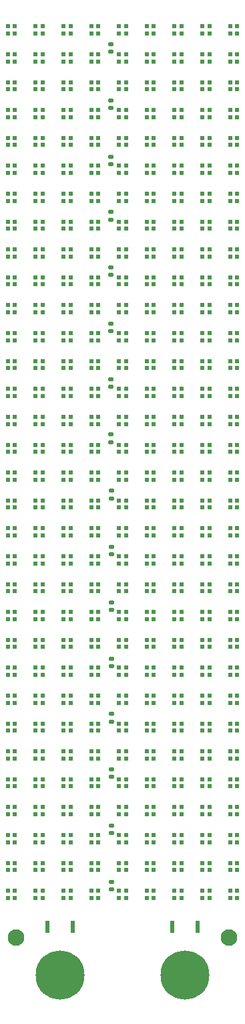
<source format=gbr>
G04 #@! TF.GenerationSoftware,KiCad,Pcbnew,7.0.7*
G04 #@! TF.CreationDate,2023-08-29T23:24:06-04:00*
G04 #@! TF.ProjectId,MicrocontrollerInputModule,4d696372-6f63-46f6-9e74-726f6c6c6572,V2*
G04 #@! TF.SameCoordinates,Original*
G04 #@! TF.FileFunction,Soldermask,Top*
G04 #@! TF.FilePolarity,Negative*
%FSLAX46Y46*%
G04 Gerber Fmt 4.6, Leading zero omitted, Abs format (unit mm)*
G04 Created by KiCad (PCBNEW 7.0.7) date 2023-08-29 23:24:06*
%MOMM*%
%LPD*%
G01*
G04 APERTURE LIST*
G04 Aperture macros list*
%AMRoundRect*
0 Rectangle with rounded corners*
0 $1 Rounding radius*
0 $2 $3 $4 $5 $6 $7 $8 $9 X,Y pos of 4 corners*
0 Add a 4 corners polygon primitive as box body*
4,1,4,$2,$3,$4,$5,$6,$7,$8,$9,$2,$3,0*
0 Add four circle primitives for the rounded corners*
1,1,$1+$1,$2,$3*
1,1,$1+$1,$4,$5*
1,1,$1+$1,$6,$7*
1,1,$1+$1,$8,$9*
0 Add four rect primitives between the rounded corners*
20,1,$1+$1,$2,$3,$4,$5,0*
20,1,$1+$1,$4,$5,$6,$7,0*
20,1,$1+$1,$6,$7,$8,$9,0*
20,1,$1+$1,$8,$9,$2,$3,0*%
G04 Aperture macros list end*
%ADD10R,0.500000X0.500000*%
%ADD11C,2.100000*%
%ADD12RoundRect,0.140000X-0.170000X0.140000X-0.170000X-0.140000X0.170000X-0.140000X0.170000X0.140000X0*%
%ADD13R,0.550000X1.500000*%
%ADD14C,6.200000*%
G04 APERTURE END LIST*
D10*
X77934000Y-153687500D03*
X77934000Y-152787500D03*
X77034000Y-152787500D03*
X77034000Y-153687500D03*
X67365000Y-132549500D03*
X67365000Y-131649500D03*
X66465000Y-131649500D03*
X66465000Y-132549500D03*
X81457000Y-90273500D03*
X81457000Y-89373500D03*
X80557000Y-89373500D03*
X80557000Y-90273500D03*
D11*
X80420000Y-169300000D03*
D10*
X74411000Y-69135500D03*
X74411000Y-68235500D03*
X73511000Y-68235500D03*
X73511000Y-69135500D03*
X60319000Y-153687500D03*
X60319000Y-152787500D03*
X59419000Y-152787500D03*
X59419000Y-153687500D03*
X53273000Y-136072500D03*
X53273000Y-135172500D03*
X52373000Y-135172500D03*
X52373000Y-136072500D03*
X70888000Y-104365500D03*
X70888000Y-103465500D03*
X69988000Y-103465500D03*
X69988000Y-104365500D03*
X63842000Y-97319500D03*
X63842000Y-96419500D03*
X62942000Y-96419500D03*
X62942000Y-97319500D03*
X67365000Y-107888500D03*
X67365000Y-106988500D03*
X66465000Y-106988500D03*
X66465000Y-107888500D03*
X81457000Y-93796500D03*
X81457000Y-92896500D03*
X80557000Y-92896500D03*
X80557000Y-93796500D03*
X67365000Y-111411500D03*
X67365000Y-110511500D03*
X66465000Y-110511500D03*
X66465000Y-111411500D03*
X60319000Y-76181500D03*
X60319000Y-75281500D03*
X59419000Y-75281500D03*
X59419000Y-76181500D03*
X81457000Y-121980500D03*
X81457000Y-121080500D03*
X80557000Y-121080500D03*
X80557000Y-121980500D03*
X60319000Y-114934500D03*
X60319000Y-114034500D03*
X59419000Y-114034500D03*
X59419000Y-114934500D03*
X56796000Y-114934500D03*
X56796000Y-114034500D03*
X55896000Y-114034500D03*
X55896000Y-114934500D03*
D12*
X65400000Y-77600000D03*
X65400000Y-78560000D03*
X65400000Y-56400000D03*
X65400000Y-57360000D03*
D10*
X70888000Y-146641500D03*
X70888000Y-145741500D03*
X69988000Y-145741500D03*
X69988000Y-146641500D03*
X67365000Y-100842500D03*
X67365000Y-99942500D03*
X66465000Y-99942500D03*
X66465000Y-100842500D03*
X77934000Y-160733500D03*
X77934000Y-159833500D03*
X77034000Y-159833500D03*
X77034000Y-160733500D03*
X81457000Y-143118500D03*
X81457000Y-142218500D03*
X80557000Y-142218500D03*
X80557000Y-143118500D03*
X53273000Y-164256500D03*
X53273000Y-163356500D03*
X52373000Y-163356500D03*
X52373000Y-164256500D03*
X56796000Y-76181500D03*
X56796000Y-75281500D03*
X55896000Y-75281500D03*
X55896000Y-76181500D03*
X67365000Y-143118500D03*
X67365000Y-142218500D03*
X66465000Y-142218500D03*
X66465000Y-143118500D03*
X77934000Y-136072500D03*
X77934000Y-135172500D03*
X77034000Y-135172500D03*
X77034000Y-136072500D03*
X67365000Y-146641500D03*
X67365000Y-145741500D03*
X66465000Y-145741500D03*
X66465000Y-146641500D03*
X70888000Y-107888500D03*
X70888000Y-106988500D03*
X69988000Y-106988500D03*
X69988000Y-107888500D03*
X60319000Y-97319500D03*
X60319000Y-96419500D03*
X59419000Y-96419500D03*
X59419000Y-97319500D03*
X81457000Y-164256500D03*
X81457000Y-163356500D03*
X80557000Y-163356500D03*
X80557000Y-164256500D03*
X70888000Y-69135500D03*
X70888000Y-68235500D03*
X69988000Y-68235500D03*
X69988000Y-69135500D03*
X56796000Y-111411500D03*
X56796000Y-110511500D03*
X55896000Y-110511500D03*
X55896000Y-111411500D03*
X63842000Y-139595500D03*
X63842000Y-138695500D03*
X62942000Y-138695500D03*
X62942000Y-139595500D03*
X77934000Y-65612500D03*
X77934000Y-64712500D03*
X77034000Y-64712500D03*
X77034000Y-65612500D03*
X70888000Y-132549500D03*
X70888000Y-131649500D03*
X69988000Y-131649500D03*
X69988000Y-132549500D03*
X56796000Y-93796500D03*
X56796000Y-92896500D03*
X55896000Y-92896500D03*
X55896000Y-93796500D03*
X74411000Y-86750500D03*
X74411000Y-85850500D03*
X73511000Y-85850500D03*
X73511000Y-86750500D03*
D11*
X53410000Y-169300000D03*
D10*
X63842000Y-164256500D03*
X63842000Y-163356500D03*
X62942000Y-163356500D03*
X62942000Y-164256500D03*
X60319000Y-100842500D03*
X60319000Y-99942500D03*
X59419000Y-99942500D03*
X59419000Y-100842500D03*
X63842000Y-160733500D03*
X63842000Y-159833500D03*
X62942000Y-159833500D03*
X62942000Y-160733500D03*
X60319000Y-164256500D03*
X60319000Y-163356500D03*
X59419000Y-163356500D03*
X59419000Y-164256500D03*
X53273000Y-86750500D03*
X53273000Y-85850500D03*
X52373000Y-85850500D03*
X52373000Y-86750500D03*
X74411000Y-150164500D03*
X74411000Y-149264500D03*
X73511000Y-149264500D03*
X73511000Y-150164500D03*
X74411000Y-114934500D03*
X74411000Y-114034500D03*
X73511000Y-114034500D03*
X73511000Y-114934500D03*
X56796000Y-65612500D03*
X56796000Y-64712500D03*
X55896000Y-64712500D03*
X55896000Y-65612500D03*
X70888000Y-153687500D03*
X70888000Y-152787500D03*
X69988000Y-152787500D03*
X69988000Y-153687500D03*
X81457000Y-79704500D03*
X81457000Y-78804500D03*
X80557000Y-78804500D03*
X80557000Y-79704500D03*
X67365000Y-139595500D03*
X67365000Y-138695500D03*
X66465000Y-138695500D03*
X66465000Y-139595500D03*
X56796000Y-107888500D03*
X56796000Y-106988500D03*
X55896000Y-106988500D03*
X55896000Y-107888500D03*
X63842000Y-114934500D03*
X63842000Y-114034500D03*
X62942000Y-114034500D03*
X62942000Y-114934500D03*
X56796000Y-100842500D03*
X56796000Y-99942500D03*
X55896000Y-99942500D03*
X55896000Y-100842500D03*
X60319000Y-55043500D03*
X60319000Y-54143500D03*
X59419000Y-54143500D03*
X59419000Y-55043500D03*
X77934000Y-139595500D03*
X77934000Y-138695500D03*
X77034000Y-138695500D03*
X77034000Y-139595500D03*
X60319000Y-93796500D03*
X60319000Y-92896500D03*
X59419000Y-92896500D03*
X59419000Y-93796500D03*
X53273000Y-107888500D03*
X53273000Y-106988500D03*
X52373000Y-106988500D03*
X52373000Y-107888500D03*
X56796000Y-136072500D03*
X56796000Y-135172500D03*
X55896000Y-135172500D03*
X55896000Y-136072500D03*
X67365000Y-83227500D03*
X67365000Y-82327500D03*
X66465000Y-82327500D03*
X66465000Y-83227500D03*
X70888000Y-121980500D03*
X70888000Y-121080500D03*
X69988000Y-121080500D03*
X69988000Y-121980500D03*
X67365000Y-150164500D03*
X67365000Y-149264500D03*
X66465000Y-149264500D03*
X66465000Y-150164500D03*
X60319000Y-104365500D03*
X60319000Y-103465500D03*
X59419000Y-103465500D03*
X59419000Y-104365500D03*
X81457000Y-97319500D03*
X81457000Y-96419500D03*
X80557000Y-96419500D03*
X80557000Y-97319500D03*
X67365000Y-55043500D03*
X67365000Y-54143500D03*
X66465000Y-54143500D03*
X66465000Y-55043500D03*
X53273000Y-129026500D03*
X53273000Y-128126500D03*
X52373000Y-128126500D03*
X52373000Y-129026500D03*
X81457000Y-86750500D03*
X81457000Y-85850500D03*
X80557000Y-85850500D03*
X80557000Y-86750500D03*
X53273000Y-146641500D03*
X53273000Y-145741500D03*
X52373000Y-145741500D03*
X52373000Y-146641500D03*
X81457000Y-111411500D03*
X81457000Y-110511500D03*
X80557000Y-110511500D03*
X80557000Y-111411500D03*
X56796000Y-104365500D03*
X56796000Y-103465500D03*
X55896000Y-103465500D03*
X55896000Y-104365500D03*
X63842000Y-107888500D03*
X63842000Y-106988500D03*
X62942000Y-106988500D03*
X62942000Y-107888500D03*
X74411000Y-125503500D03*
X74411000Y-124603500D03*
X73511000Y-124603500D03*
X73511000Y-125503500D03*
X77934000Y-164256500D03*
X77934000Y-163356500D03*
X77034000Y-163356500D03*
X77034000Y-164256500D03*
X53273000Y-93796500D03*
X53273000Y-92896500D03*
X52373000Y-92896500D03*
X52373000Y-93796500D03*
X60319000Y-132549500D03*
X60319000Y-131649500D03*
X59419000Y-131649500D03*
X59419000Y-132549500D03*
X67365000Y-90273500D03*
X67365000Y-89373500D03*
X66465000Y-89373500D03*
X66465000Y-90273500D03*
X70888000Y-157210500D03*
X70888000Y-156310500D03*
X69988000Y-156310500D03*
X69988000Y-157210500D03*
X53273000Y-121980500D03*
X53273000Y-121080500D03*
X52373000Y-121080500D03*
X52373000Y-121980500D03*
X67365000Y-62089500D03*
X67365000Y-61189500D03*
X66465000Y-61189500D03*
X66465000Y-62089500D03*
X81457000Y-83227500D03*
X81457000Y-82327500D03*
X80557000Y-82327500D03*
X80557000Y-83227500D03*
X56796000Y-90273500D03*
X56796000Y-89373500D03*
X55896000Y-89373500D03*
X55896000Y-90273500D03*
X70888000Y-143118500D03*
X70888000Y-142218500D03*
X69988000Y-142218500D03*
X69988000Y-143118500D03*
X67365000Y-72658500D03*
X67365000Y-71758500D03*
X66465000Y-71758500D03*
X66465000Y-72658500D03*
X74411000Y-79704500D03*
X74411000Y-78804500D03*
X73511000Y-78804500D03*
X73511000Y-79704500D03*
X67365000Y-65612500D03*
X67365000Y-64712500D03*
X66465000Y-64712500D03*
X66465000Y-65612500D03*
X63842000Y-93796500D03*
X63842000Y-92896500D03*
X62942000Y-92896500D03*
X62942000Y-93796500D03*
X63842000Y-125503500D03*
X63842000Y-124603500D03*
X62942000Y-124603500D03*
X62942000Y-125503500D03*
X53273000Y-58566500D03*
X53273000Y-57666500D03*
X52373000Y-57666500D03*
X52373000Y-58566500D03*
X56796000Y-86750500D03*
X56796000Y-85850500D03*
X55896000Y-85850500D03*
X55896000Y-86750500D03*
X56796000Y-129026500D03*
X56796000Y-128126500D03*
X55896000Y-128126500D03*
X55896000Y-129026500D03*
X77934000Y-143118500D03*
X77934000Y-142218500D03*
X77034000Y-142218500D03*
X77034000Y-143118500D03*
X63842000Y-86750500D03*
X63842000Y-85850500D03*
X62942000Y-85850500D03*
X62942000Y-86750500D03*
X60319000Y-157210500D03*
X60319000Y-156310500D03*
X59419000Y-156310500D03*
X59419000Y-157210500D03*
X81457000Y-132549500D03*
X81457000Y-131649500D03*
X80557000Y-131649500D03*
X80557000Y-132549500D03*
X81457000Y-72658500D03*
X81457000Y-71758500D03*
X80557000Y-71758500D03*
X80557000Y-72658500D03*
X63842000Y-111411500D03*
X63842000Y-110511500D03*
X62942000Y-110511500D03*
X62942000Y-111411500D03*
X60319000Y-107888500D03*
X60319000Y-106988500D03*
X59419000Y-106988500D03*
X59419000Y-107888500D03*
X63842000Y-143118500D03*
X63842000Y-142218500D03*
X62942000Y-142218500D03*
X62942000Y-143118500D03*
X70888000Y-118457500D03*
X70888000Y-117557500D03*
X69988000Y-117557500D03*
X69988000Y-118457500D03*
X70888000Y-90273500D03*
X70888000Y-89373500D03*
X69988000Y-89373500D03*
X69988000Y-90273500D03*
X56796000Y-143118500D03*
X56796000Y-142218500D03*
X55896000Y-142218500D03*
X55896000Y-143118500D03*
X70888000Y-150164500D03*
X70888000Y-149264500D03*
X69988000Y-149264500D03*
X69988000Y-150164500D03*
D12*
X65400000Y-84600000D03*
X65400000Y-85560000D03*
D10*
X53273000Y-160733500D03*
X53273000Y-159833500D03*
X52373000Y-159833500D03*
X52373000Y-160733500D03*
X67365000Y-86750500D03*
X67365000Y-85850500D03*
X66465000Y-85850500D03*
X66465000Y-86750500D03*
X74411000Y-121980500D03*
X74411000Y-121080500D03*
X73511000Y-121080500D03*
X73511000Y-121980500D03*
X60319000Y-139595500D03*
X60319000Y-138695500D03*
X59419000Y-138695500D03*
X59419000Y-139595500D03*
X67365000Y-69135500D03*
X67365000Y-68235500D03*
X66465000Y-68235500D03*
X66465000Y-69135500D03*
X56796000Y-146641500D03*
X56796000Y-145741500D03*
X55896000Y-145741500D03*
X55896000Y-146641500D03*
X63842000Y-58566500D03*
X63842000Y-57666500D03*
X62942000Y-57666500D03*
X62942000Y-58566500D03*
X67365000Y-118457500D03*
X67365000Y-117557500D03*
X66465000Y-117557500D03*
X66465000Y-118457500D03*
X56796000Y-139595500D03*
X56796000Y-138695500D03*
X55896000Y-138695500D03*
X55896000Y-139595500D03*
X74411000Y-118457500D03*
X74411000Y-117557500D03*
X73511000Y-117557500D03*
X73511000Y-118457500D03*
X60319000Y-150164500D03*
X60319000Y-149264500D03*
X59419000Y-149264500D03*
X59419000Y-150164500D03*
X81457000Y-118457500D03*
X81457000Y-117557500D03*
X80557000Y-117557500D03*
X80557000Y-118457500D03*
X70888000Y-55043500D03*
X70888000Y-54143500D03*
X69988000Y-54143500D03*
X69988000Y-55043500D03*
X70888000Y-160733500D03*
X70888000Y-159833500D03*
X69988000Y-159833500D03*
X69988000Y-160733500D03*
X67365000Y-125503500D03*
X67365000Y-124603500D03*
X66465000Y-124603500D03*
X66465000Y-125503500D03*
X56796000Y-118457500D03*
X56796000Y-117557500D03*
X55896000Y-117557500D03*
X55896000Y-118457500D03*
X81457000Y-157210500D03*
X81457000Y-156310500D03*
X80557000Y-156310500D03*
X80557000Y-157210500D03*
X74411000Y-111411500D03*
X74411000Y-110511500D03*
X73511000Y-110511500D03*
X73511000Y-111411500D03*
X70888000Y-164256500D03*
X70888000Y-163356500D03*
X69988000Y-163356500D03*
X69988000Y-164256500D03*
X74411000Y-139595500D03*
X74411000Y-138695500D03*
X73511000Y-138695500D03*
X73511000Y-139595500D03*
X53273000Y-157210500D03*
X53273000Y-156310500D03*
X52373000Y-156310500D03*
X52373000Y-157210500D03*
X70888000Y-65612500D03*
X70888000Y-64712500D03*
X69988000Y-64712500D03*
X69988000Y-65612500D03*
X53273000Y-72658500D03*
X53273000Y-71758500D03*
X52373000Y-71758500D03*
X52373000Y-72658500D03*
X74411000Y-58566500D03*
X74411000Y-57666500D03*
X73511000Y-57666500D03*
X73511000Y-58566500D03*
X60319000Y-118457500D03*
X60319000Y-117557500D03*
X59419000Y-117557500D03*
X59419000Y-118457500D03*
X77934000Y-129026500D03*
X77934000Y-128126500D03*
X77034000Y-128126500D03*
X77034000Y-129026500D03*
X70888000Y-114934500D03*
X70888000Y-114034500D03*
X69988000Y-114034500D03*
X69988000Y-114934500D03*
X70888000Y-62089500D03*
X70888000Y-61189500D03*
X69988000Y-61189500D03*
X69988000Y-62089500D03*
X74411000Y-107888500D03*
X74411000Y-106988500D03*
X73511000Y-106988500D03*
X73511000Y-107888500D03*
X56796000Y-79704500D03*
X56796000Y-78804500D03*
X55896000Y-78804500D03*
X55896000Y-79704500D03*
X77934000Y-132549500D03*
X77934000Y-131649500D03*
X77034000Y-131649500D03*
X77034000Y-132549500D03*
X81457000Y-139595500D03*
X81457000Y-138695500D03*
X80557000Y-138695500D03*
X80557000Y-139595500D03*
X70888000Y-97319500D03*
X70888000Y-96419500D03*
X69988000Y-96419500D03*
X69988000Y-97319500D03*
X77934000Y-72658500D03*
X77934000Y-71758500D03*
X77034000Y-71758500D03*
X77034000Y-72658500D03*
X60319000Y-79704500D03*
X60319000Y-78804500D03*
X59419000Y-78804500D03*
X59419000Y-79704500D03*
X56796000Y-160733500D03*
X56796000Y-159833500D03*
X55896000Y-159833500D03*
X55896000Y-160733500D03*
D13*
X73195000Y-167894000D03*
X76445000Y-167894000D03*
D10*
X60319000Y-65612500D03*
X60319000Y-64712500D03*
X59419000Y-64712500D03*
X59419000Y-65612500D03*
X60319000Y-121980500D03*
X60319000Y-121080500D03*
X59419000Y-121080500D03*
X59419000Y-121980500D03*
X74411000Y-104365500D03*
X74411000Y-103465500D03*
X73511000Y-103465500D03*
X73511000Y-104365500D03*
X60319000Y-90273500D03*
X60319000Y-89373500D03*
X59419000Y-89373500D03*
X59419000Y-90273500D03*
X77934000Y-104365500D03*
X77934000Y-103465500D03*
X77034000Y-103465500D03*
X77034000Y-104365500D03*
X74411000Y-143118500D03*
X74411000Y-142218500D03*
X73511000Y-142218500D03*
X73511000Y-143118500D03*
X63842000Y-62089500D03*
X63842000Y-61189500D03*
X62942000Y-61189500D03*
X62942000Y-62089500D03*
X67365000Y-157210500D03*
X67365000Y-156310500D03*
X66465000Y-156310500D03*
X66465000Y-157210500D03*
X70888000Y-93796500D03*
X70888000Y-92896500D03*
X69988000Y-92896500D03*
X69988000Y-93796500D03*
X74411000Y-100842500D03*
X74411000Y-99942500D03*
X73511000Y-99942500D03*
X73511000Y-100842500D03*
X63842000Y-104365500D03*
X63842000Y-103465500D03*
X62942000Y-103465500D03*
X62942000Y-104365500D03*
X60319000Y-136072500D03*
X60319000Y-135172500D03*
X59419000Y-135172500D03*
X59419000Y-136072500D03*
X77934000Y-58566500D03*
X77934000Y-57666500D03*
X77034000Y-57666500D03*
X77034000Y-58566500D03*
X77934000Y-97319500D03*
X77934000Y-96419500D03*
X77034000Y-96419500D03*
X77034000Y-97319500D03*
X77934000Y-157210500D03*
X77934000Y-156310500D03*
X77034000Y-156310500D03*
X77034000Y-157210500D03*
X63842000Y-129026500D03*
X63842000Y-128126500D03*
X62942000Y-128126500D03*
X62942000Y-129026500D03*
X67365000Y-153687500D03*
X67365000Y-152787500D03*
X66465000Y-152787500D03*
X66465000Y-153687500D03*
X56796000Y-58566500D03*
X56796000Y-57666500D03*
X55896000Y-57666500D03*
X55896000Y-58566500D03*
X53273000Y-76181500D03*
X53273000Y-75281500D03*
X52373000Y-75281500D03*
X52373000Y-76181500D03*
X81457000Y-125503500D03*
X81457000Y-124603500D03*
X80557000Y-124603500D03*
X80557000Y-125503500D03*
X74411000Y-83227500D03*
X74411000Y-82327500D03*
X73511000Y-82327500D03*
X73511000Y-83227500D03*
X53273000Y-55043500D03*
X53273000Y-54143500D03*
X52373000Y-54143500D03*
X52373000Y-55043500D03*
X60319000Y-69135500D03*
X60319000Y-68235500D03*
X59419000Y-68235500D03*
X59419000Y-69135500D03*
X81457000Y-69135500D03*
X81457000Y-68235500D03*
X80557000Y-68235500D03*
X80557000Y-69135500D03*
X63842000Y-153687500D03*
X63842000Y-152787500D03*
X62942000Y-152787500D03*
X62942000Y-153687500D03*
X77934000Y-86750500D03*
X77934000Y-85850500D03*
X77034000Y-85850500D03*
X77034000Y-86750500D03*
X60319000Y-146641500D03*
X60319000Y-145741500D03*
X59419000Y-145741500D03*
X59419000Y-146641500D03*
X67365000Y-79704500D03*
X67365000Y-78804500D03*
X66465000Y-78804500D03*
X66465000Y-79704500D03*
X60319000Y-86750500D03*
X60319000Y-85850500D03*
X59419000Y-85850500D03*
X59419000Y-86750500D03*
X81457000Y-65612500D03*
X81457000Y-64712500D03*
X80557000Y-64712500D03*
X80557000Y-65612500D03*
X81457000Y-76181500D03*
X81457000Y-75281500D03*
X80557000Y-75281500D03*
X80557000Y-76181500D03*
X70888000Y-136072500D03*
X70888000Y-135172500D03*
X69988000Y-135172500D03*
X69988000Y-136072500D03*
X67365000Y-97319500D03*
X67365000Y-96419500D03*
X66465000Y-96419500D03*
X66465000Y-97319500D03*
X81457000Y-114934500D03*
X81457000Y-114034500D03*
X80557000Y-114034500D03*
X80557000Y-114934500D03*
X63842000Y-121980500D03*
X63842000Y-121080500D03*
X62942000Y-121080500D03*
X62942000Y-121980500D03*
X63842000Y-146641500D03*
X63842000Y-145741500D03*
X62942000Y-145741500D03*
X62942000Y-146641500D03*
X74411000Y-132549500D03*
X74411000Y-131649500D03*
X73511000Y-131649500D03*
X73511000Y-132549500D03*
X70888000Y-79704500D03*
X70888000Y-78804500D03*
X69988000Y-78804500D03*
X69988000Y-79704500D03*
X74411000Y-65612500D03*
X74411000Y-64712500D03*
X73511000Y-64712500D03*
X73511000Y-65612500D03*
X53273000Y-125503500D03*
X53273000Y-124603500D03*
X52373000Y-124603500D03*
X52373000Y-125503500D03*
D12*
X65500000Y-126900000D03*
X65500000Y-127860000D03*
D10*
X53273000Y-111411500D03*
X53273000Y-110511500D03*
X52373000Y-110511500D03*
X52373000Y-111411500D03*
X53273000Y-90273500D03*
X53273000Y-89373500D03*
X52373000Y-89373500D03*
X52373000Y-90273500D03*
X74411000Y-136072500D03*
X74411000Y-135172500D03*
X73511000Y-135172500D03*
X73511000Y-136072500D03*
X74411000Y-146641500D03*
X74411000Y-145741500D03*
X73511000Y-145741500D03*
X73511000Y-146641500D03*
X81457000Y-160733500D03*
X81457000Y-159833500D03*
X80557000Y-159833500D03*
X80557000Y-160733500D03*
X77934000Y-150164500D03*
X77934000Y-149264500D03*
X77034000Y-149264500D03*
X77034000Y-150164500D03*
D12*
X65500000Y-155100000D03*
X65500000Y-156060000D03*
D10*
X77934000Y-107888500D03*
X77934000Y-106988500D03*
X77034000Y-106988500D03*
X77034000Y-107888500D03*
D12*
X65500000Y-148000000D03*
X65500000Y-148960000D03*
D10*
X56796000Y-72658500D03*
X56796000Y-71758500D03*
X55896000Y-71758500D03*
X55896000Y-72658500D03*
X77934000Y-79704500D03*
X77934000Y-78804500D03*
X77034000Y-78804500D03*
X77034000Y-79704500D03*
X53273000Y-143118500D03*
X53273000Y-142218500D03*
X52373000Y-142218500D03*
X52373000Y-143118500D03*
X77934000Y-62089500D03*
X77934000Y-61189500D03*
X77034000Y-61189500D03*
X77034000Y-62089500D03*
X63842000Y-76181500D03*
X63842000Y-75281500D03*
X62942000Y-75281500D03*
X62942000Y-76181500D03*
X56796000Y-150164500D03*
X56796000Y-149264500D03*
X55896000Y-149264500D03*
X55896000Y-150164500D03*
X53273000Y-150164500D03*
X53273000Y-149264500D03*
X52373000Y-149264500D03*
X52373000Y-150164500D03*
D12*
X65400000Y-98700000D03*
X65400000Y-99660000D03*
D10*
X56796000Y-132549500D03*
X56796000Y-131649500D03*
X55896000Y-131649500D03*
X55896000Y-132549500D03*
X74411000Y-97319500D03*
X74411000Y-96419500D03*
X73511000Y-96419500D03*
X73511000Y-97319500D03*
X74411000Y-62089500D03*
X74411000Y-61189500D03*
X73511000Y-61189500D03*
X73511000Y-62089500D03*
X63842000Y-69135500D03*
X63842000Y-68235500D03*
X62942000Y-68235500D03*
X62942000Y-69135500D03*
X67365000Y-136072500D03*
X67365000Y-135172500D03*
X66465000Y-135172500D03*
X66465000Y-136072500D03*
X63842000Y-55043500D03*
X63842000Y-54143500D03*
X62942000Y-54143500D03*
X62942000Y-55043500D03*
D12*
X65400000Y-91700000D03*
X65400000Y-92660000D03*
D10*
X70888000Y-129026500D03*
X70888000Y-128126500D03*
X69988000Y-128126500D03*
X69988000Y-129026500D03*
X77934000Y-93796500D03*
X77934000Y-92896500D03*
X77034000Y-92896500D03*
X77034000Y-93796500D03*
X60319000Y-83227500D03*
X60319000Y-82327500D03*
X59419000Y-82327500D03*
X59419000Y-83227500D03*
X60319000Y-111411500D03*
X60319000Y-110511500D03*
X59419000Y-110511500D03*
X59419000Y-111411500D03*
X60319000Y-129026500D03*
X60319000Y-128126500D03*
X59419000Y-128126500D03*
X59419000Y-129026500D03*
X67365000Y-160733500D03*
X67365000Y-159833500D03*
X66465000Y-159833500D03*
X66465000Y-160733500D03*
X77934000Y-125503500D03*
X77934000Y-124603500D03*
X77034000Y-124603500D03*
X77034000Y-125503500D03*
X67365000Y-58566500D03*
X67365000Y-57666500D03*
X66465000Y-57666500D03*
X66465000Y-58566500D03*
X53273000Y-97319500D03*
X53273000Y-96419500D03*
X52373000Y-96419500D03*
X52373000Y-97319500D03*
X74411000Y-153687500D03*
X74411000Y-152787500D03*
X73511000Y-152787500D03*
X73511000Y-153687500D03*
X70888000Y-76181500D03*
X70888000Y-75281500D03*
X69988000Y-75281500D03*
X69988000Y-76181500D03*
X63842000Y-90273500D03*
X63842000Y-89373500D03*
X62942000Y-89373500D03*
X62942000Y-90273500D03*
X53273000Y-104365500D03*
X53273000Y-103465500D03*
X52373000Y-103465500D03*
X52373000Y-104365500D03*
X74411000Y-90273500D03*
X74411000Y-89373500D03*
X73511000Y-89373500D03*
X73511000Y-90273500D03*
X63842000Y-118457500D03*
X63842000Y-117557500D03*
X62942000Y-117557500D03*
X62942000Y-118457500D03*
X56796000Y-153687500D03*
X56796000Y-152787500D03*
X55896000Y-152787500D03*
X55896000Y-153687500D03*
D12*
X65500000Y-134000000D03*
X65500000Y-134960000D03*
D10*
X63842000Y-100842500D03*
X63842000Y-99942500D03*
X62942000Y-99942500D03*
X62942000Y-100842500D03*
X74411000Y-76181500D03*
X74411000Y-75281500D03*
X73511000Y-75281500D03*
X73511000Y-76181500D03*
X81457000Y-104365500D03*
X81457000Y-103465500D03*
X80557000Y-103465500D03*
X80557000Y-104365500D03*
X53273000Y-65612500D03*
X53273000Y-64712500D03*
X52373000Y-64712500D03*
X52373000Y-65612500D03*
X77934000Y-111411500D03*
X77934000Y-110511500D03*
X77034000Y-110511500D03*
X77034000Y-111411500D03*
X56796000Y-62089500D03*
X56796000Y-61189500D03*
X55896000Y-61189500D03*
X55896000Y-62089500D03*
X77934000Y-69135500D03*
X77934000Y-68235500D03*
X77034000Y-68235500D03*
X77034000Y-69135500D03*
X67365000Y-164256500D03*
X67365000Y-163356500D03*
X66465000Y-163356500D03*
X66465000Y-164256500D03*
X81457000Y-107888500D03*
X81457000Y-106988500D03*
X80557000Y-106988500D03*
X80557000Y-107888500D03*
X60319000Y-160733500D03*
X60319000Y-159833500D03*
X59419000Y-159833500D03*
X59419000Y-160733500D03*
X81457000Y-62089500D03*
X81457000Y-61189500D03*
X80557000Y-61189500D03*
X80557000Y-62089500D03*
X53273000Y-79704500D03*
X53273000Y-78804500D03*
X52373000Y-78804500D03*
X52373000Y-79704500D03*
X56796000Y-164256500D03*
X56796000Y-163356500D03*
X55896000Y-163356500D03*
X55896000Y-164256500D03*
X77934000Y-121980500D03*
X77934000Y-121080500D03*
X77034000Y-121080500D03*
X77034000Y-121980500D03*
X70888000Y-100842500D03*
X70888000Y-99942500D03*
X69988000Y-99942500D03*
X69988000Y-100842500D03*
X77934000Y-76181500D03*
X77934000Y-75281500D03*
X77034000Y-75281500D03*
X77034000Y-76181500D03*
X77934000Y-114934500D03*
X77934000Y-114034500D03*
X77034000Y-114034500D03*
X77034000Y-114934500D03*
X53273000Y-132549500D03*
X53273000Y-131649500D03*
X52373000Y-131649500D03*
X52373000Y-132549500D03*
X63842000Y-136072500D03*
X63842000Y-135172500D03*
X62942000Y-135172500D03*
X62942000Y-136072500D03*
X67365000Y-104365500D03*
X67365000Y-103465500D03*
X66465000Y-103465500D03*
X66465000Y-104365500D03*
X81457000Y-100842500D03*
X81457000Y-99942500D03*
X80557000Y-99942500D03*
X80557000Y-100842500D03*
X67365000Y-114934500D03*
X67365000Y-114034500D03*
X66465000Y-114034500D03*
X66465000Y-114934500D03*
X63842000Y-150164500D03*
X63842000Y-149264500D03*
X62942000Y-149264500D03*
X62942000Y-150164500D03*
X53273000Y-153687500D03*
X53273000Y-152787500D03*
X52373000Y-152787500D03*
X52373000Y-153687500D03*
X56796000Y-157210500D03*
X56796000Y-156310500D03*
X55896000Y-156310500D03*
X55896000Y-157210500D03*
X63842000Y-132549500D03*
X63842000Y-131649500D03*
X62942000Y-131649500D03*
X62942000Y-132549500D03*
X77934000Y-90273500D03*
X77934000Y-89373500D03*
X77034000Y-89373500D03*
X77034000Y-90273500D03*
X53273000Y-118457500D03*
X53273000Y-117557500D03*
X52373000Y-117557500D03*
X52373000Y-118457500D03*
X81457000Y-55043500D03*
X81457000Y-54143500D03*
X80557000Y-54143500D03*
X80557000Y-55043500D03*
X77934000Y-118457500D03*
X77934000Y-117557500D03*
X77034000Y-117557500D03*
X77034000Y-118457500D03*
X70888000Y-125503500D03*
X70888000Y-124603500D03*
X69988000Y-124603500D03*
X69988000Y-125503500D03*
X77934000Y-55043500D03*
X77934000Y-54143500D03*
X77034000Y-54143500D03*
X77034000Y-55043500D03*
X63842000Y-65612500D03*
X63842000Y-64712500D03*
X62942000Y-64712500D03*
X62942000Y-65612500D03*
X63842000Y-83227500D03*
X63842000Y-82327500D03*
X62942000Y-82327500D03*
X62942000Y-83227500D03*
X70888000Y-83227500D03*
X70888000Y-82327500D03*
X69988000Y-82327500D03*
X69988000Y-83227500D03*
X81457000Y-58566500D03*
X81457000Y-57666500D03*
X80557000Y-57666500D03*
X80557000Y-58566500D03*
D13*
X60635000Y-167894000D03*
X57385000Y-167894000D03*
D10*
X77934000Y-83227500D03*
X77934000Y-82327500D03*
X77034000Y-82327500D03*
X77034000Y-83227500D03*
X63842000Y-79704500D03*
X63842000Y-78804500D03*
X62942000Y-78804500D03*
X62942000Y-79704500D03*
X74411000Y-129026500D03*
X74411000Y-128126500D03*
X73511000Y-128126500D03*
X73511000Y-129026500D03*
X60319000Y-72658500D03*
X60319000Y-71758500D03*
X59419000Y-71758500D03*
X59419000Y-72658500D03*
D12*
X65400000Y-63500000D03*
X65400000Y-64460000D03*
D10*
X67365000Y-121980500D03*
X67365000Y-121080500D03*
X66465000Y-121080500D03*
X66465000Y-121980500D03*
X74411000Y-93796500D03*
X74411000Y-92896500D03*
X73511000Y-92896500D03*
X73511000Y-93796500D03*
X81457000Y-150164500D03*
X81457000Y-149264500D03*
X80557000Y-149264500D03*
X80557000Y-150164500D03*
X70888000Y-139595500D03*
X70888000Y-138695500D03*
X69988000Y-138695500D03*
X69988000Y-139595500D03*
X56796000Y-121980500D03*
X56796000Y-121080500D03*
X55896000Y-121080500D03*
X55896000Y-121980500D03*
X67365000Y-129026500D03*
X67365000Y-128126500D03*
X66465000Y-128126500D03*
X66465000Y-129026500D03*
X56796000Y-83227500D03*
X56796000Y-82327500D03*
X55896000Y-82327500D03*
X55896000Y-83227500D03*
X63842000Y-72658500D03*
X63842000Y-71758500D03*
X62942000Y-71758500D03*
X62942000Y-72658500D03*
X77934000Y-100842500D03*
X77934000Y-99942500D03*
X77034000Y-99942500D03*
X77034000Y-100842500D03*
X70888000Y-72658500D03*
X70888000Y-71758500D03*
X69988000Y-71758500D03*
X69988000Y-72658500D03*
X53273000Y-114934500D03*
X53273000Y-114034500D03*
X52373000Y-114034500D03*
X52373000Y-114934500D03*
X53273000Y-62089500D03*
X53273000Y-61189500D03*
X52373000Y-61189500D03*
X52373000Y-62089500D03*
X63842000Y-157210500D03*
X63842000Y-156310500D03*
X62942000Y-156310500D03*
X62942000Y-157210500D03*
X53273000Y-83227500D03*
X53273000Y-82327500D03*
X52373000Y-82327500D03*
X52373000Y-83227500D03*
X77934000Y-146641500D03*
X77934000Y-145741500D03*
X77034000Y-145741500D03*
X77034000Y-146641500D03*
X70888000Y-58566500D03*
X70888000Y-57666500D03*
X69988000Y-57666500D03*
X69988000Y-58566500D03*
X67365000Y-76181500D03*
X67365000Y-75281500D03*
X66465000Y-75281500D03*
X66465000Y-76181500D03*
X81457000Y-136072500D03*
X81457000Y-135172500D03*
X80557000Y-135172500D03*
X80557000Y-136072500D03*
D12*
X65500000Y-112800000D03*
X65500000Y-113760000D03*
D10*
X60319000Y-58566500D03*
X60319000Y-57666500D03*
X59419000Y-57666500D03*
X59419000Y-58566500D03*
X70888000Y-86750500D03*
X70888000Y-85850500D03*
X69988000Y-85850500D03*
X69988000Y-86750500D03*
X81457000Y-146641500D03*
X81457000Y-145741500D03*
X80557000Y-145741500D03*
X80557000Y-146641500D03*
D12*
X65400000Y-105700000D03*
X65400000Y-106660000D03*
D10*
X81457000Y-153687500D03*
X81457000Y-152787500D03*
X80557000Y-152787500D03*
X80557000Y-153687500D03*
X56796000Y-69135500D03*
X56796000Y-68235500D03*
X55896000Y-68235500D03*
X55896000Y-69135500D03*
X60319000Y-62089500D03*
X60319000Y-61189500D03*
X59419000Y-61189500D03*
X59419000Y-62089500D03*
X74411000Y-157210500D03*
X74411000Y-156310500D03*
X73511000Y-156310500D03*
X73511000Y-157210500D03*
X53273000Y-139595500D03*
X53273000Y-138695500D03*
X52373000Y-138695500D03*
X52373000Y-139595500D03*
D12*
X65500000Y-141000000D03*
X65500000Y-141960000D03*
X65400000Y-70600000D03*
X65400000Y-71560000D03*
X65500000Y-162200000D03*
X65500000Y-163160000D03*
D10*
X56796000Y-55043500D03*
X56796000Y-54143500D03*
X55896000Y-54143500D03*
X55896000Y-55043500D03*
X74411000Y-72658500D03*
X74411000Y-71758500D03*
X73511000Y-71758500D03*
X73511000Y-72658500D03*
X56796000Y-125503500D03*
X56796000Y-124603500D03*
X55896000Y-124603500D03*
X55896000Y-125503500D03*
X74411000Y-164256500D03*
X74411000Y-163356500D03*
X73511000Y-163356500D03*
X73511000Y-164256500D03*
X67365000Y-93796500D03*
X67365000Y-92896500D03*
X66465000Y-92896500D03*
X66465000Y-93796500D03*
X53273000Y-100842500D03*
X53273000Y-99942500D03*
X52373000Y-99942500D03*
X52373000Y-100842500D03*
X74411000Y-55043500D03*
X74411000Y-54143500D03*
X73511000Y-54143500D03*
X73511000Y-55043500D03*
X60319000Y-125503500D03*
X60319000Y-124603500D03*
X59419000Y-124603500D03*
X59419000Y-125503500D03*
X56796000Y-97319500D03*
X56796000Y-96419500D03*
X55896000Y-96419500D03*
X55896000Y-97319500D03*
X53273000Y-69135500D03*
X53273000Y-68235500D03*
X52373000Y-68235500D03*
X52373000Y-69135500D03*
X70888000Y-111411500D03*
X70888000Y-110511500D03*
X69988000Y-110511500D03*
X69988000Y-111411500D03*
X81457000Y-129026500D03*
X81457000Y-128126500D03*
X80557000Y-128126500D03*
X80557000Y-129026500D03*
X74411000Y-160733500D03*
X74411000Y-159833500D03*
X73511000Y-159833500D03*
X73511000Y-160733500D03*
D12*
X65500000Y-119900000D03*
X65500000Y-120860000D03*
D10*
X60319000Y-143118500D03*
X60319000Y-142218500D03*
X59419000Y-142218500D03*
X59419000Y-143118500D03*
D14*
X59010000Y-174000000D03*
X74820000Y-174000000D03*
M02*

</source>
